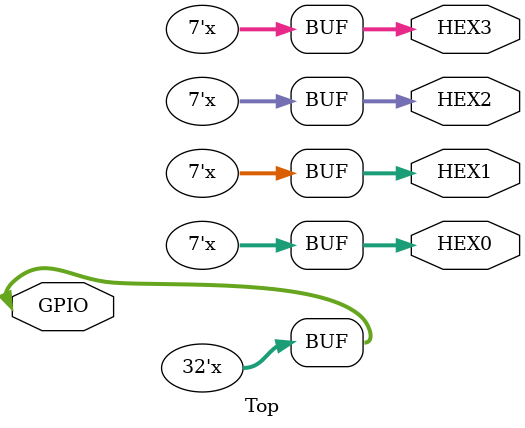
<source format=v>

`default_nettype none

module Top (GPIO, HEX0, HEX1, HEX2, HEX3);
    inout  wire [31: 0] GPIO;       // DE-series 40-pin header
    output wire [ 6: 0] HEX0;       // DE-series HEX displays
    output wire [ 6: 0] HEX1;
    output wire [ 6: 0] HEX2;
    output wire [ 6: 0] HEX3;
    

    assign HEX0 = GPIO[ 6: 0];
    assign HEX1 = GPIO[14: 8];
    assign HEX2 = GPIO[22:16];
    assign HEX3 = GPIO[30:24];

    assign GPIO = 32'hZZZZZZZZ;

endmodule


</source>
